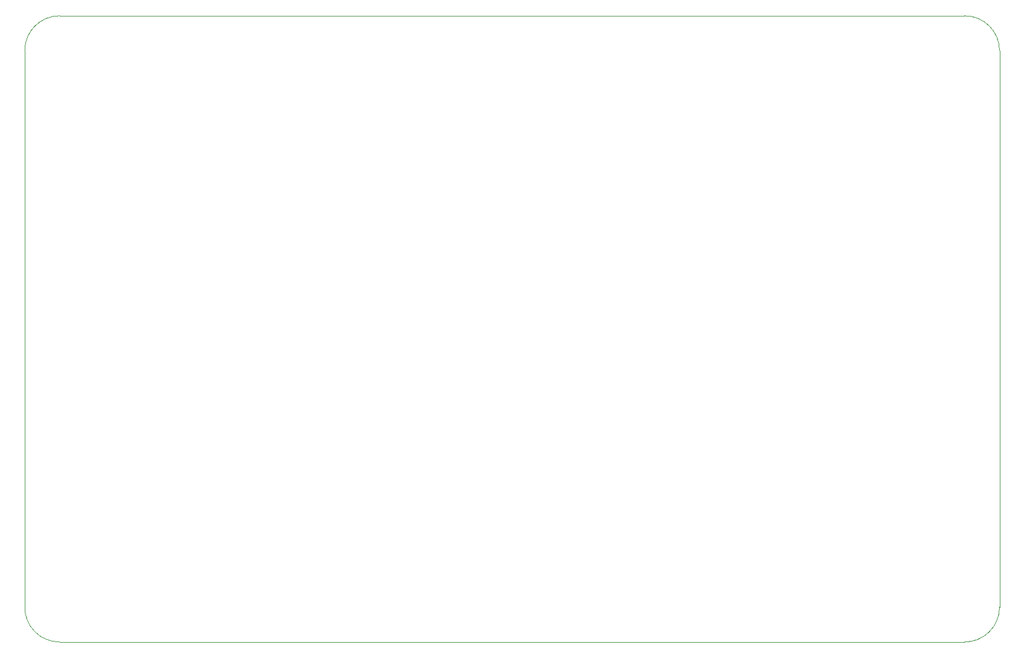
<source format=gm1>
%TF.GenerationSoftware,KiCad,Pcbnew,8.0.0*%
%TF.CreationDate,2024-04-03T13:41:32-04:00*%
%TF.ProjectId,SurgicalLightBoostConverterModule,53757267-6963-4616-9c4c-69676874426f,rev?*%
%TF.SameCoordinates,Original*%
%TF.FileFunction,Profile,NP*%
%FSLAX46Y46*%
G04 Gerber Fmt 4.6, Leading zero omitted, Abs format (unit mm)*
G04 Created by KiCad (PCBNEW 8.0.0) date 2024-04-03 13:41:32*
%MOMM*%
%LPD*%
G01*
G04 APERTURE LIST*
%TA.AperFunction,Profile*%
%ADD10C,0.100000*%
%TD*%
G04 APERTURE END LIST*
D10*
X25000000Y-110000000D02*
G75*
G02*
X20000000Y-105000000I0J5000000D01*
G01*
X155000000Y-20000000D02*
G75*
G02*
X160000000Y-25000000I0J-5000000D01*
G01*
X25000000Y-20000000D02*
X155000000Y-20000000D01*
X20000000Y-25000000D02*
G75*
G02*
X25000000Y-20000000I5000000J0D01*
G01*
X160000000Y-105000000D02*
G75*
G02*
X155000000Y-110000000I-5000000J0D01*
G01*
X155000000Y-110000000D02*
X25000000Y-110000000D01*
X160000000Y-25000000D02*
X160000000Y-105000000D01*
X20000000Y-105000000D02*
X20000000Y-25000000D01*
M02*

</source>
